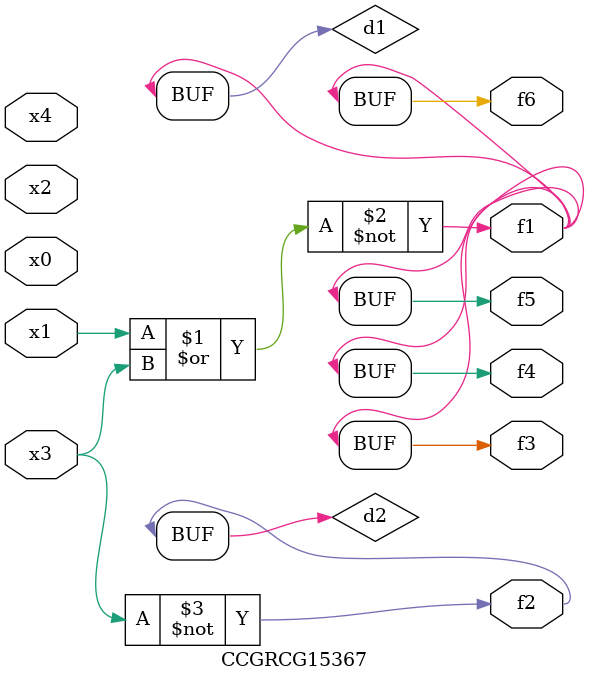
<source format=v>
module CCGRCG15367(
	input x0, x1, x2, x3, x4,
	output f1, f2, f3, f4, f5, f6
);

	wire d1, d2;

	nor (d1, x1, x3);
	not (d2, x3);
	assign f1 = d1;
	assign f2 = d2;
	assign f3 = d1;
	assign f4 = d1;
	assign f5 = d1;
	assign f6 = d1;
endmodule

</source>
